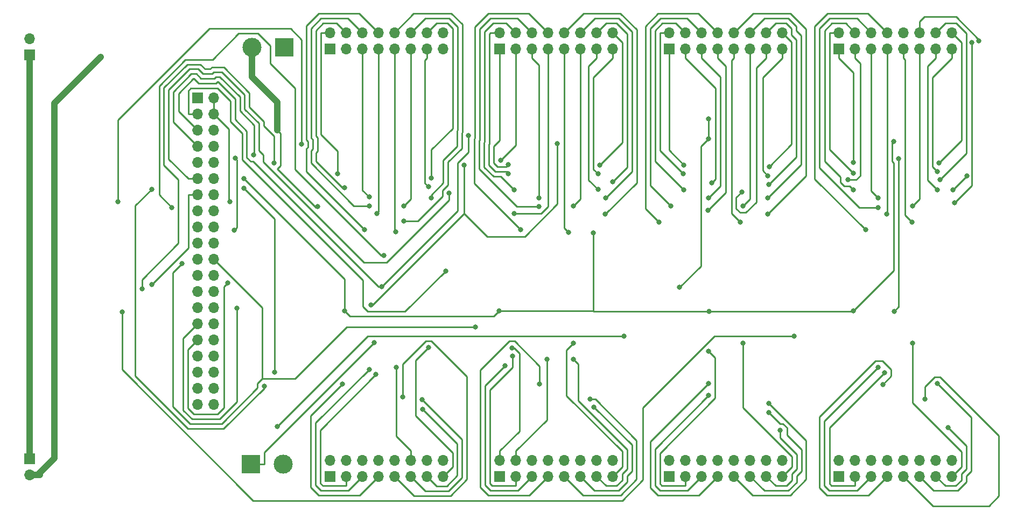
<source format=gbr>
%TF.GenerationSoftware,KiCad,Pcbnew,(5.1.9)-1*%
%TF.CreationDate,2021-05-05T20:18:33+02:00*%
%TF.ProjectId,opena3xx-hardware-controller-board,6f70656e-6133-4787-982d-686172647761,rev?*%
%TF.SameCoordinates,Original*%
%TF.FileFunction,Copper,L2,Bot*%
%TF.FilePolarity,Positive*%
%FSLAX46Y46*%
G04 Gerber Fmt 4.6, Leading zero omitted, Abs format (unit mm)*
G04 Created by KiCad (PCBNEW (5.1.9)-1) date 2021-05-05 20:18:33*
%MOMM*%
%LPD*%
G01*
G04 APERTURE LIST*
%TA.AperFunction,ComponentPad*%
%ADD10O,1.700000X1.700000*%
%TD*%
%TA.AperFunction,ComponentPad*%
%ADD11R,1.700000X1.700000*%
%TD*%
%TA.AperFunction,ComponentPad*%
%ADD12C,3.000000*%
%TD*%
%TA.AperFunction,ComponentPad*%
%ADD13R,3.000000X3.000000*%
%TD*%
%TA.AperFunction,ViaPad*%
%ADD14C,0.800000*%
%TD*%
%TA.AperFunction,Conductor*%
%ADD15C,0.250000*%
%TD*%
%TA.AperFunction,Conductor*%
%ADD16C,1.000000*%
%TD*%
G04 APERTURE END LIST*
D10*
%TO.P,J5,40*%
%TO.N,N/C*%
X90940000Y-125860000D03*
%TO.P,J5,39*%
X88400000Y-125860000D03*
%TO.P,J5,38*%
X90940000Y-123320000D03*
%TO.P,J5,37*%
%TO.N,INT_BUS_6*%
X88400000Y-123320000D03*
%TO.P,J5,36*%
%TO.N,INT_BUS_0*%
X90940000Y-120780000D03*
%TO.P,J5,35*%
%TO.N,N/C*%
X88400000Y-120780000D03*
%TO.P,J5,34*%
X90940000Y-118240000D03*
%TO.P,J5,33*%
X88400000Y-118240000D03*
%TO.P,J5,32*%
X90940000Y-115700000D03*
%TO.P,J5,31*%
%TO.N,GENERAL_LED*%
X88400000Y-115700000D03*
%TO.P,J5,30*%
%TO.N,N/C*%
X90940000Y-113160000D03*
%TO.P,J5,29*%
%TO.N,FAULT_LED*%
X88400000Y-113160000D03*
%TO.P,J5,28*%
%TO.N,N/C*%
X90940000Y-110620000D03*
%TO.P,J5,27*%
X88400000Y-110620000D03*
%TO.P,J5,26*%
X90940000Y-108080000D03*
%TO.P,J5,25*%
X88400000Y-108080000D03*
%TO.P,J5,24*%
X90940000Y-105540000D03*
%TO.P,J5,23*%
X88400000Y-105540000D03*
%TO.P,J5,22*%
%TO.N,INT_BUS_5*%
X90940000Y-103000000D03*
%TO.P,J5,21*%
%TO.N,N/C*%
X88400000Y-103000000D03*
%TO.P,J5,20*%
X90940000Y-100460000D03*
%TO.P,J5,19*%
X88400000Y-100460000D03*
%TO.P,J5,18*%
%TO.N,INT_BUS_4*%
X90940000Y-97920000D03*
%TO.P,J5,17*%
%TO.N,N/C*%
X88400000Y-97920000D03*
%TO.P,J5,16*%
%TO.N,INT_BUS_3*%
X90940000Y-95380000D03*
%TO.P,J5,15*%
%TO.N,INT_BUS_2*%
X88400000Y-95380000D03*
%TO.P,J5,14*%
%TO.N,N/C*%
X90940000Y-92840000D03*
%TO.P,J5,13*%
%TO.N,INT_BUS_7*%
X88400000Y-92840000D03*
%TO.P,J5,12*%
%TO.N,BUSES_RESET*%
X90940000Y-90300000D03*
%TO.P,J5,11*%
%TO.N,INT_BUS_1*%
X88400000Y-90300000D03*
%TO.P,J5,10*%
%TO.N,N/C*%
X90940000Y-87760000D03*
%TO.P,J5,9*%
X88400000Y-87760000D03*
%TO.P,J5,8*%
X90940000Y-85220000D03*
%TO.P,J5,7*%
%TO.N,MESSAGING_LED*%
X88400000Y-85220000D03*
%TO.P,J5,6*%
%TO.N,GND*%
X90940000Y-82680000D03*
%TO.P,J5,5*%
%TO.N,SCL*%
X88400000Y-82680000D03*
%TO.P,J5,4*%
%TO.N,+5V*%
X90940000Y-80140000D03*
%TO.P,J5,3*%
%TO.N,SDA*%
X88400000Y-80140000D03*
%TO.P,J5,2*%
%TO.N,+5V*%
X90940000Y-77600000D03*
D11*
%TO.P,J5,1*%
%TO.N,N/C*%
X88400000Y-77600000D03*
%TD*%
D12*
%TO.P,J4,2*%
%TO.N,GND*%
X96920000Y-69600000D03*
D13*
%TO.P,J4,1*%
%TO.N,+5V*%
X102000000Y-69600000D03*
%TD*%
D12*
%TO.P,J3,2*%
%TO.N,GND*%
X101880000Y-135255000D03*
D13*
%TO.P,J3,1*%
%TO.N,+5V*%
X96800000Y-135255000D03*
%TD*%
D10*
%TO.P,J2,2*%
%TO.N,GND*%
X62000000Y-68260000D03*
D11*
%TO.P,J2,1*%
%TO.N,+5V*%
X62000000Y-70800000D03*
%TD*%
D10*
%TO.P,J1,2*%
%TO.N,GND*%
X62000000Y-136940000D03*
D11*
%TO.P,J1,1*%
%TO.N,+5V*%
X62000000Y-134400000D03*
%TD*%
D10*
%TO.P,BUS7,16*%
%TO.N,/BUS7-15*%
X207010000Y-134620000D03*
%TO.P,BUS7,15*%
%TO.N,/BUS7-14*%
X207010000Y-137160000D03*
%TO.P,BUS7,14*%
%TO.N,/BUS7-13*%
X204470000Y-134620000D03*
%TO.P,BUS7,13*%
%TO.N,/BUS7-12*%
X204470000Y-137160000D03*
%TO.P,BUS7,12*%
%TO.N,/BUS7-11*%
X201930000Y-134620000D03*
%TO.P,BUS7,11*%
%TO.N,/BUS7-10*%
X201930000Y-137160000D03*
%TO.P,BUS7,10*%
%TO.N,/BUS7-9*%
X199390000Y-134620000D03*
%TO.P,BUS7,9*%
%TO.N,/BUS7-8*%
X199390000Y-137160000D03*
%TO.P,BUS7,8*%
%TO.N,/BUS7-7*%
X196850000Y-134620000D03*
%TO.P,BUS7,7*%
%TO.N,/BUS7-6*%
X196850000Y-137160000D03*
%TO.P,BUS7,6*%
%TO.N,/BUS7-5*%
X194310000Y-134620000D03*
%TO.P,BUS7,5*%
%TO.N,/BUS7-4*%
X194310000Y-137160000D03*
%TO.P,BUS7,4*%
%TO.N,/BUS7-3*%
X191770000Y-134620000D03*
%TO.P,BUS7,3*%
%TO.N,/BUS7-2*%
X191770000Y-137160000D03*
%TO.P,BUS7,2*%
%TO.N,/BUS7-1*%
X189230000Y-134620000D03*
D11*
%TO.P,BUS7,1*%
%TO.N,/BUS7-0*%
X189230000Y-137160000D03*
%TD*%
D10*
%TO.P,BUS6,16*%
%TO.N,/BUS6-15*%
X180340000Y-134620000D03*
%TO.P,BUS6,15*%
%TO.N,/BUS6-14*%
X180340000Y-137160000D03*
%TO.P,BUS6,14*%
%TO.N,/BUS6-13*%
X177800000Y-134620000D03*
%TO.P,BUS6,13*%
%TO.N,/BUS6-12*%
X177800000Y-137160000D03*
%TO.P,BUS6,12*%
%TO.N,/BUS6-11*%
X175260000Y-134620000D03*
%TO.P,BUS6,11*%
%TO.N,/BUS6-10*%
X175260000Y-137160000D03*
%TO.P,BUS6,10*%
%TO.N,/BUS6-9*%
X172720000Y-134620000D03*
%TO.P,BUS6,9*%
%TO.N,/BUS6-8*%
X172720000Y-137160000D03*
%TO.P,BUS6,8*%
%TO.N,/BUS6-7*%
X170180000Y-134620000D03*
%TO.P,BUS6,7*%
%TO.N,/BUS6-6*%
X170180000Y-137160000D03*
%TO.P,BUS6,6*%
%TO.N,/BUS6-5*%
X167640000Y-134620000D03*
%TO.P,BUS6,5*%
%TO.N,/BUS6-4*%
X167640000Y-137160000D03*
%TO.P,BUS6,4*%
%TO.N,/BUS6-3*%
X165100000Y-134620000D03*
%TO.P,BUS6,3*%
%TO.N,/BUS6-2*%
X165100000Y-137160000D03*
%TO.P,BUS6,2*%
%TO.N,/BUS6-1*%
X162560000Y-134620000D03*
D11*
%TO.P,BUS6,1*%
%TO.N,/BUS6-0*%
X162560000Y-137160000D03*
%TD*%
D10*
%TO.P,BUS5,16*%
%TO.N,/BUS5-15*%
X153670000Y-134620000D03*
%TO.P,BUS5,15*%
%TO.N,/BUS5-14*%
X153670000Y-137160000D03*
%TO.P,BUS5,14*%
%TO.N,/BUS5-13*%
X151130000Y-134620000D03*
%TO.P,BUS5,13*%
%TO.N,/BUS5-12*%
X151130000Y-137160000D03*
%TO.P,BUS5,12*%
%TO.N,/BUS5-11*%
X148590000Y-134620000D03*
%TO.P,BUS5,11*%
%TO.N,/BUS5-10*%
X148590000Y-137160000D03*
%TO.P,BUS5,10*%
%TO.N,/BUS5-9*%
X146050000Y-134620000D03*
%TO.P,BUS5,9*%
%TO.N,/BUS5-8*%
X146050000Y-137160000D03*
%TO.P,BUS5,8*%
%TO.N,/BUS5-7*%
X143510000Y-134620000D03*
%TO.P,BUS5,7*%
%TO.N,/BUS5-6*%
X143510000Y-137160000D03*
%TO.P,BUS5,6*%
%TO.N,/BUS5-5*%
X140970000Y-134620000D03*
%TO.P,BUS5,5*%
%TO.N,/BUS5-4*%
X140970000Y-137160000D03*
%TO.P,BUS5,4*%
%TO.N,/BUS5-3*%
X138430000Y-134620000D03*
%TO.P,BUS5,3*%
%TO.N,/BUS5-2*%
X138430000Y-137160000D03*
%TO.P,BUS5,2*%
%TO.N,/BUS5-1*%
X135890000Y-134620000D03*
D11*
%TO.P,BUS5,1*%
%TO.N,/BUS5-0*%
X135890000Y-137160000D03*
%TD*%
D10*
%TO.P,BUS4,16*%
%TO.N,/BUS4-15*%
X127000000Y-134620000D03*
%TO.P,BUS4,15*%
%TO.N,/BUS4-14*%
X127000000Y-137160000D03*
%TO.P,BUS4,14*%
%TO.N,/BUS4-13*%
X124460000Y-134620000D03*
%TO.P,BUS4,13*%
%TO.N,/BUS4-12*%
X124460000Y-137160000D03*
%TO.P,BUS4,12*%
%TO.N,/BUS4-11*%
X121920000Y-134620000D03*
%TO.P,BUS4,11*%
%TO.N,/BUS4-10*%
X121920000Y-137160000D03*
%TO.P,BUS4,10*%
%TO.N,/BUS4-9*%
X119380000Y-134620000D03*
%TO.P,BUS4,9*%
%TO.N,/BUS4-8*%
X119380000Y-137160000D03*
%TO.P,BUS4,8*%
%TO.N,/BUS4-7*%
X116840000Y-134620000D03*
%TO.P,BUS4,7*%
%TO.N,/BUS4-6*%
X116840000Y-137160000D03*
%TO.P,BUS4,6*%
%TO.N,/BUS4-5*%
X114300000Y-134620000D03*
%TO.P,BUS4,5*%
%TO.N,/BUS4-4*%
X114300000Y-137160000D03*
%TO.P,BUS4,4*%
%TO.N,/BUS4-3*%
X111760000Y-134620000D03*
%TO.P,BUS4,3*%
%TO.N,/BUS4-2*%
X111760000Y-137160000D03*
%TO.P,BUS4,2*%
%TO.N,/BUS4-1*%
X109220000Y-134620000D03*
D11*
%TO.P,BUS4,1*%
%TO.N,/BUS4-0*%
X109220000Y-137160000D03*
%TD*%
D10*
%TO.P,BUS3,16*%
%TO.N,/BUS3-15*%
X207010000Y-67310000D03*
%TO.P,BUS3,15*%
%TO.N,/BUS3-14*%
X207010000Y-69850000D03*
%TO.P,BUS3,14*%
%TO.N,/BUS3-13*%
X204470000Y-67310000D03*
%TO.P,BUS3,13*%
%TO.N,/BUS3-12*%
X204470000Y-69850000D03*
%TO.P,BUS3,12*%
%TO.N,/BUS3-11*%
X201930000Y-67310000D03*
%TO.P,BUS3,11*%
%TO.N,/BUS3-10*%
X201930000Y-69850000D03*
%TO.P,BUS3,10*%
%TO.N,/BUS3-9*%
X199390000Y-67310000D03*
%TO.P,BUS3,9*%
%TO.N,/BUS3-8*%
X199390000Y-69850000D03*
%TO.P,BUS3,8*%
%TO.N,/BUS3-7*%
X196850000Y-67310000D03*
%TO.P,BUS3,7*%
%TO.N,/BUS3-6*%
X196850000Y-69850000D03*
%TO.P,BUS3,6*%
%TO.N,/BUS3-5*%
X194310000Y-67310000D03*
%TO.P,BUS3,5*%
%TO.N,/BUS3-4*%
X194310000Y-69850000D03*
%TO.P,BUS3,4*%
%TO.N,/BUS3-3*%
X191770000Y-67310000D03*
%TO.P,BUS3,3*%
%TO.N,/BUS3-2*%
X191770000Y-69850000D03*
%TO.P,BUS3,2*%
%TO.N,/BUS3-1*%
X189230000Y-67310000D03*
D11*
%TO.P,BUS3,1*%
%TO.N,/BUS3-0*%
X189230000Y-69850000D03*
%TD*%
D10*
%TO.P,BUS2,16*%
%TO.N,/BUS2-15*%
X180340000Y-67310000D03*
%TO.P,BUS2,15*%
%TO.N,/BUS2-14*%
X180340000Y-69850000D03*
%TO.P,BUS2,14*%
%TO.N,/BUS2-13*%
X177800000Y-67310000D03*
%TO.P,BUS2,13*%
%TO.N,/BUS2-12*%
X177800000Y-69850000D03*
%TO.P,BUS2,12*%
%TO.N,/BUS2-11*%
X175260000Y-67310000D03*
%TO.P,BUS2,11*%
%TO.N,/BUS2-10*%
X175260000Y-69850000D03*
%TO.P,BUS2,10*%
%TO.N,/BUS2-9*%
X172720000Y-67310000D03*
%TO.P,BUS2,9*%
%TO.N,/BUS2-8*%
X172720000Y-69850000D03*
%TO.P,BUS2,8*%
%TO.N,/BUS2-7*%
X170180000Y-67310000D03*
%TO.P,BUS2,7*%
%TO.N,/BUS2-6*%
X170180000Y-69850000D03*
%TO.P,BUS2,6*%
%TO.N,/BUS2-5*%
X167640000Y-67310000D03*
%TO.P,BUS2,5*%
%TO.N,/BUS2-4*%
X167640000Y-69850000D03*
%TO.P,BUS2,4*%
%TO.N,/BUS2-3*%
X165100000Y-67310000D03*
%TO.P,BUS2,3*%
%TO.N,/BUS2-2*%
X165100000Y-69850000D03*
%TO.P,BUS2,2*%
%TO.N,/BUS2-1*%
X162560000Y-67310000D03*
D11*
%TO.P,BUS2,1*%
%TO.N,/BUS2-0*%
X162560000Y-69850000D03*
%TD*%
D10*
%TO.P,BUS1,16*%
%TO.N,/BUS1-15*%
X153670000Y-67310000D03*
%TO.P,BUS1,15*%
%TO.N,/BUS1-14*%
X153670000Y-69850000D03*
%TO.P,BUS1,14*%
%TO.N,/BUS1-13*%
X151130000Y-67310000D03*
%TO.P,BUS1,13*%
%TO.N,/BUS1-12*%
X151130000Y-69850000D03*
%TO.P,BUS1,12*%
%TO.N,/BUS1-11*%
X148590000Y-67310000D03*
%TO.P,BUS1,11*%
%TO.N,/BUS1-10*%
X148590000Y-69850000D03*
%TO.P,BUS1,10*%
%TO.N,/BUS1-9*%
X146050000Y-67310000D03*
%TO.P,BUS1,9*%
%TO.N,/BUS1-8*%
X146050000Y-69850000D03*
%TO.P,BUS1,8*%
%TO.N,/BUS1-7*%
X143510000Y-67310000D03*
%TO.P,BUS1,7*%
%TO.N,/BUS1-6*%
X143510000Y-69850000D03*
%TO.P,BUS1,6*%
%TO.N,/BUS1-5*%
X140970000Y-67310000D03*
%TO.P,BUS1,5*%
%TO.N,/BUS1-4*%
X140970000Y-69850000D03*
%TO.P,BUS1,4*%
%TO.N,/BUS1-3*%
X138430000Y-67310000D03*
%TO.P,BUS1,3*%
%TO.N,/BUS1-2*%
X138430000Y-69850000D03*
%TO.P,BUS1,2*%
%TO.N,/BUS1-1*%
X135890000Y-67310000D03*
D11*
%TO.P,BUS1,1*%
%TO.N,/BUS1-0*%
X135890000Y-69850000D03*
%TD*%
D10*
%TO.P,BUS0,16*%
%TO.N,/BUS0-15*%
X127000000Y-67310000D03*
%TO.P,BUS0,15*%
%TO.N,/BUS0-14*%
X127000000Y-69850000D03*
%TO.P,BUS0,14*%
%TO.N,/BUS0-13*%
X124460000Y-67310000D03*
%TO.P,BUS0,13*%
%TO.N,/BUS0-12*%
X124460000Y-69850000D03*
%TO.P,BUS0,12*%
%TO.N,/BUS0-11*%
X121920000Y-67310000D03*
%TO.P,BUS0,11*%
%TO.N,/BUS0-10*%
X121920000Y-69850000D03*
%TO.P,BUS0,10*%
%TO.N,/BUS0-9*%
X119380000Y-67310000D03*
%TO.P,BUS0,9*%
%TO.N,/BUS0-8*%
X119380000Y-69850000D03*
%TO.P,BUS0,8*%
%TO.N,/BUS0-7*%
X116840000Y-67310000D03*
%TO.P,BUS0,7*%
%TO.N,/BUS0-6*%
X116840000Y-69850000D03*
%TO.P,BUS0,6*%
%TO.N,/BUS0-5*%
X114300000Y-67310000D03*
%TO.P,BUS0,5*%
%TO.N,/BUS0-4*%
X114300000Y-69850000D03*
%TO.P,BUS0,4*%
%TO.N,/BUS0-3*%
X111760000Y-67310000D03*
%TO.P,BUS0,3*%
%TO.N,/BUS0-2*%
X111760000Y-69850000D03*
%TO.P,BUS0,2*%
%TO.N,/BUS0-1*%
X109220000Y-67310000D03*
D11*
%TO.P,BUS0,1*%
%TO.N,/BUS0-0*%
X109220000Y-69850000D03*
%TD*%
D14*
%TO.N,SCL*%
X130967900Y-83502500D03*
X117347800Y-107303800D03*
%TO.N,+5V*%
X198637200Y-87152900D03*
X197921600Y-111181600D03*
X144970500Y-84786600D03*
X130322900Y-88215000D03*
X115628900Y-110207500D03*
X116185700Y-116117400D03*
X93482000Y-93900000D03*
%TO.N,SDA*%
X127398800Y-104813400D03*
%TO.N,GND*%
X168741300Y-84011400D03*
X168771900Y-80856500D03*
X164182100Y-107428200D03*
X107283700Y-94728900D03*
X100913500Y-82680000D03*
X73165000Y-71130000D03*
%TO.N,/BUS0-13*%
X125150700Y-90193300D03*
%TO.N,/BUS0-12*%
X124697100Y-91587600D03*
%TO.N,/BUS0-11*%
X125124200Y-93345000D03*
%TO.N,/BUS0-10*%
X120811800Y-94615000D03*
%TO.N,/BUS0-9*%
X120829500Y-96941600D03*
%TO.N,/BUS0-8*%
X119531400Y-98702300D03*
%TO.N,/BUS0-7*%
X114663900Y-98358900D03*
%TO.N,/BUS0-6*%
X116594600Y-95808300D03*
%TO.N,/BUS0-5*%
X115389400Y-94615000D03*
%TO.N,/BUS0-4*%
X115387400Y-93210700D03*
%TO.N,/BUS0-3*%
X111494600Y-91704900D03*
%TO.N,/BUS0-1*%
X110385400Y-89535000D03*
%TO.N,INT_BUS_0*%
X75880000Y-93921600D03*
X104710900Y-84904000D03*
X100528900Y-120780000D03*
X95684600Y-91792200D03*
%TO.N,BUSES_RESET*%
X150611800Y-98828200D03*
X168799500Y-111222100D03*
X135828400Y-111125000D03*
X191535300Y-111078300D03*
X197884300Y-84455000D03*
X111501600Y-111125000D03*
X95684600Y-90300000D03*
%TO.N,/BUS1-15*%
X151671300Y-88156900D03*
%TO.N,/BUS1-14*%
X151361100Y-89535000D03*
%TO.N,/BUS1-13*%
X153673800Y-90805000D03*
%TO.N,/BUS1-12*%
X151366000Y-92020800D03*
%TO.N,/BUS1-11*%
X152583500Y-93345000D03*
%TO.N,/BUS1-10*%
X147503900Y-94615000D03*
%TO.N,/BUS1-9*%
X152516000Y-95885000D03*
%TO.N,/BUS1-8*%
X146706000Y-98727400D03*
%TO.N,/BUS1-7*%
X139224900Y-98363800D03*
%TO.N,/BUS1-6*%
X138178700Y-95778900D03*
%TO.N,/BUS1-5*%
X142059500Y-94655400D03*
%TO.N,/BUS1-4*%
X142058200Y-93345000D03*
%TO.N,/BUS1-3*%
X138177300Y-92075000D03*
%TO.N,/BUS1-2*%
X136053100Y-87436500D03*
%TO.N,/BUS1-1*%
X137278000Y-89535000D03*
%TO.N,/BUS1-0*%
X137266000Y-88098900D03*
%TO.N,INT_BUS_1*%
X127931200Y-92590900D03*
%TO.N,/BUS2-15*%
X178291500Y-88388900D03*
%TO.N,/BUS2-14*%
X178047000Y-89849300D03*
%TO.N,/BUS2-13*%
X178255800Y-91200100D03*
%TO.N,/BUS2-12*%
X173959700Y-92395500D03*
%TO.N,/BUS2-11*%
X178037500Y-93345000D03*
%TO.N,/BUS2-10*%
X174173500Y-94615000D03*
%TO.N,/BUS2-9*%
X178059400Y-95885000D03*
%TO.N,/BUS2-8*%
X173725100Y-97134700D03*
%TO.N,/BUS2-7*%
X160950900Y-97155000D03*
%TO.N,/BUS2-6*%
X168692300Y-95250000D03*
%TO.N,/BUS2-5*%
X162797600Y-94615000D03*
%TO.N,/BUS2-4*%
X168740800Y-93345000D03*
%TO.N,/BUS2-3*%
X164855700Y-92075000D03*
%TO.N,/BUS2-2*%
X169241200Y-90959400D03*
%TO.N,/BUS2-1*%
X164740200Y-89535000D03*
%TO.N,/BUS2-0*%
X164872900Y-88151100D03*
%TO.N,/BUS3-15*%
X204958900Y-87858500D03*
%TO.N,/BUS3-14*%
X204703000Y-89158700D03*
%TO.N,/BUS3-13*%
X205104100Y-90462700D03*
%TO.N,/BUS3-12*%
X204698800Y-92075000D03*
%TO.N,/BUS3-11*%
X207165000Y-92030000D03*
X209365000Y-89830000D03*
X211265000Y-68630000D03*
%TO.N,/BUS3-10*%
X200822600Y-94615000D03*
%TO.N,/BUS3-9*%
X207465000Y-94130000D03*
X210165000Y-68830000D03*
%TO.N,/BUS3-8*%
X200732800Y-97116500D03*
%TO.N,/BUS3-7*%
X193470000Y-98375900D03*
%TO.N,/BUS3-6*%
X196739700Y-95885000D03*
%TO.N,/BUS3-5*%
X195422300Y-94852500D03*
%TO.N,/BUS3-4*%
X195423100Y-93345000D03*
%TO.N,/BUS3-3*%
X191516700Y-92075000D03*
%TO.N,/BUS3-2*%
X190623700Y-90470300D03*
%TO.N,/BUS3-1*%
X191478700Y-89445100D03*
%TO.N,/BUS3-0*%
X191543500Y-87762400D03*
%TO.N,/BUS4-14*%
X124718300Y-116895700D03*
%TO.N,/BUS4-12*%
X123818300Y-126621200D03*
%TO.N,/BUS4-11*%
X119619600Y-120015000D03*
%TO.N,/BUS4-10*%
X123730900Y-125055700D03*
%TO.N,/BUS4-8*%
X120670800Y-124636200D03*
%TO.N,/BUS4-6*%
X111151900Y-122669900D03*
%TO.N,/BUS4-4*%
X115403000Y-120308700D03*
%TO.N,/BUS4-2*%
X116428200Y-121141500D03*
%TO.N,/BUS5-14*%
X147501300Y-116205000D03*
%TO.N,/BUS5-12*%
X147500800Y-118745000D03*
%TO.N,/BUS5-10*%
X150743200Y-126290900D03*
%TO.N,/BUS5-8*%
X150069200Y-125041100D03*
%TO.N,/BUS5-6*%
X142169600Y-122655800D03*
%TO.N,/BUS5-4*%
X136751000Y-119743700D03*
%TO.N,/BUS5-3*%
X143308500Y-118745000D03*
%TO.N,/BUS5-2*%
X137949600Y-118254300D03*
%TO.N,/BUS5-1*%
X137797800Y-116954100D03*
%TO.N,/BUS6-14*%
X174163700Y-116205000D03*
%TO.N,/BUS6-12*%
X180033400Y-129950600D03*
%TO.N,/BUS6-10*%
X178212000Y-127107200D03*
%TO.N,/BUS6-8*%
X178180500Y-125650900D03*
%TO.N,/BUS6-6*%
X168746200Y-122555000D03*
%TO.N,/BUS6-4*%
X168729300Y-124442800D03*
%TO.N,/BUS6-2*%
X168752600Y-117475000D03*
%TO.N,/BUS7-14*%
X200842300Y-116205000D03*
%TO.N,/BUS7-12*%
X206397500Y-129494100D03*
%TO.N,/BUS7-10*%
X204743500Y-122589000D03*
%TO.N,/BUS7-8*%
X202770000Y-125040500D03*
%TO.N,/BUS7-6*%
X196190600Y-122679200D03*
%TO.N,/BUS7-4*%
X195395700Y-120015000D03*
%TO.N,/BUS7-2*%
X196446700Y-120818400D03*
%TO.N,GENERAL_LED*%
X93169500Y-106689500D03*
%TO.N,FAULT_LED*%
X94563100Y-110729800D03*
%TO.N,MESSAGING_LED*%
X97153400Y-86579000D03*
X94353000Y-87095200D03*
X94144900Y-98411800D03*
%TO.N,INT_BUS_6*%
X155482100Y-115080300D03*
X100880200Y-129347200D03*
%TO.N,INT_BUS_5*%
X85894300Y-103699000D03*
X132066400Y-113665000D03*
%TO.N,INT_BUS_4*%
X81149800Y-91986700D03*
X98844200Y-122996200D03*
%TO.N,INT_BUS_3*%
X100389600Y-87834800D03*
X79631500Y-107605100D03*
%TO.N,INT_BUS_2*%
X84339500Y-94866000D03*
X117688900Y-102424700D03*
%TO.N,INT_BUS_7*%
X182159200Y-115080300D03*
X76502700Y-111276400D03*
X81204500Y-106929100D03*
%TD*%
D15*
%TO.N,SCL*%
X88400000Y-82680000D02*
X85388200Y-79668200D01*
X85388200Y-79668200D02*
X85388200Y-76888500D01*
X85388200Y-76888500D02*
X87718600Y-74558100D01*
X87718600Y-74558100D02*
X87796200Y-74558100D01*
X87796200Y-74558100D02*
X88567800Y-75329700D01*
X88567800Y-75329700D02*
X91287400Y-75329700D01*
X91287400Y-75329700D02*
X91537300Y-75079800D01*
X91537300Y-75079800D02*
X91640700Y-75079800D01*
X91640700Y-75079800D02*
X94284300Y-77723400D01*
X94284300Y-77723400D02*
X94284300Y-81001400D01*
X94284300Y-81001400D02*
X96128300Y-82845400D01*
X96128300Y-82845400D02*
X96128300Y-87003500D01*
X96128300Y-87003500D02*
X96728900Y-87604100D01*
X96728900Y-87604100D02*
X97117700Y-87604100D01*
X97117700Y-87604100D02*
X116817400Y-107303800D01*
X116817400Y-107303800D02*
X117347800Y-107303800D01*
X130967900Y-83502500D02*
X130967900Y-86109600D01*
X130967900Y-86109600D02*
X129259800Y-87817700D01*
X129259800Y-87817700D02*
X129259800Y-95391800D01*
X129259800Y-95391800D02*
X117347800Y-107303800D01*
%TO.N,+5V*%
X198637200Y-87152900D02*
X198637200Y-110466000D01*
X198637200Y-110466000D02*
X197921600Y-111181600D01*
X90940000Y-80140000D02*
X93327900Y-82527900D01*
X93327900Y-82527900D02*
X93327900Y-93745900D01*
X93327900Y-93745900D02*
X93482000Y-93900000D01*
X130322900Y-95778700D02*
X130322900Y-88215000D01*
X115628900Y-110207500D02*
X115894100Y-110207500D01*
X115894100Y-110207500D02*
X130322900Y-95778700D01*
X130322900Y-95778700D02*
X133954300Y-99410100D01*
X133954300Y-99410100D02*
X139869600Y-99410100D01*
X139869600Y-99410100D02*
X144970500Y-94309200D01*
X144970500Y-94309200D02*
X144970500Y-84786600D01*
X98925100Y-135255000D02*
X98925100Y-133378000D01*
X98925100Y-133378000D02*
X116185700Y-116117400D01*
X96800000Y-135255000D02*
X98925100Y-135255000D01*
X90940000Y-77600000D02*
X90940000Y-80140000D01*
D16*
X62000000Y-70800000D02*
X62000000Y-134400000D01*
D15*
%TO.N,SDA*%
X86924900Y-80140000D02*
X86924900Y-76473500D01*
X86924900Y-76473500D02*
X87297000Y-76101400D01*
X87297000Y-76101400D02*
X91528700Y-76101400D01*
X91528700Y-76101400D02*
X93533100Y-78105800D01*
X93533100Y-78105800D02*
X93533100Y-81311100D01*
X93533100Y-81311100D02*
X95378200Y-83156200D01*
X95378200Y-83156200D02*
X95378200Y-87314200D01*
X95378200Y-87314200D02*
X114356000Y-106292000D01*
X114356000Y-106292000D02*
X114356100Y-106292000D01*
X114356100Y-106292000D02*
X114356100Y-110414500D01*
X114356100Y-110414500D02*
X115177900Y-111236300D01*
X115177900Y-111236300D02*
X120975900Y-111236300D01*
X120975900Y-111236300D02*
X127398800Y-104813400D01*
X88400000Y-80140000D02*
X86924900Y-80140000D01*
%TO.N,GND*%
X107283700Y-94728900D02*
X107140800Y-94871800D01*
X107140800Y-94871800D02*
X107037400Y-94871800D01*
X107037400Y-94871800D02*
X100919900Y-88754300D01*
X100919900Y-88754300D02*
X100919900Y-88754200D01*
X100919900Y-88754200D02*
X101414700Y-88259400D01*
X101414700Y-88259400D02*
X101414700Y-83181200D01*
X101414700Y-83181200D02*
X100913500Y-82680000D01*
X168771900Y-80856500D02*
X168741300Y-80887100D01*
X168741300Y-80887100D02*
X168741300Y-84011400D01*
X168741300Y-84011400D02*
X167556900Y-85195800D01*
X167556900Y-85195800D02*
X167556900Y-104053400D01*
X167556900Y-104053400D02*
X164182100Y-107428200D01*
D16*
X100913500Y-78268500D02*
X96920000Y-74275000D01*
X100913500Y-82680000D02*
X100913500Y-78268500D01*
X96920000Y-74275000D02*
X96920000Y-69600000D01*
X62000000Y-136940000D02*
X63555000Y-136940000D01*
X63202081Y-136940000D02*
X65865000Y-134277081D01*
X62000000Y-136940000D02*
X63202081Y-136940000D01*
X65865000Y-78430000D02*
X73165000Y-71130000D01*
X65865000Y-134277081D02*
X65865000Y-78430000D01*
D15*
%TO.N,/BUS0-13*%
X124460000Y-67310000D02*
X125951500Y-65818500D01*
X125951500Y-65818500D02*
X127657700Y-65818500D01*
X127657700Y-65818500D02*
X128524000Y-66684800D01*
X128524000Y-66684800D02*
X128524000Y-82375200D01*
X128524000Y-82375200D02*
X125150700Y-85748500D01*
X125150700Y-85748500D02*
X125150700Y-90193300D01*
%TO.N,/BUS0-12*%
X124460000Y-71325100D02*
X124125600Y-71659500D01*
X124125600Y-71659500D02*
X124125600Y-91016100D01*
X124125600Y-91016100D02*
X124697100Y-91587600D01*
X124460000Y-69850000D02*
X124460000Y-71325100D01*
%TO.N,/BUS0-11*%
X121920000Y-67310000D02*
X124161600Y-65068400D01*
X124161600Y-65068400D02*
X127968400Y-65068400D01*
X127968400Y-65068400D02*
X129274100Y-66374100D01*
X129274100Y-66374100D02*
X129274100Y-82685900D01*
X129274100Y-82685900D02*
X129192700Y-82767300D01*
X129192700Y-82767300D02*
X129192700Y-85214000D01*
X129192700Y-85214000D02*
X127023900Y-87382800D01*
X127023900Y-87382800D02*
X127023900Y-90987800D01*
X127023900Y-90987800D02*
X125124200Y-92887500D01*
X125124200Y-92887500D02*
X125124200Y-93345000D01*
%TO.N,/BUS0-10*%
X121920000Y-69850000D02*
X121920000Y-93506800D01*
X121920000Y-93506800D02*
X120811800Y-94615000D01*
%TO.N,/BUS0-9*%
X119380000Y-67310000D02*
X122377900Y-64312100D01*
X122377900Y-64312100D02*
X128304100Y-64312100D01*
X128304100Y-64312100D02*
X130024300Y-66032300D01*
X130024300Y-66032300D02*
X130024300Y-82996500D01*
X130024300Y-82996500D02*
X129942800Y-83078000D01*
X129942800Y-83078000D02*
X129942800Y-85524800D01*
X129942800Y-85524800D02*
X127774000Y-87693600D01*
X127774000Y-87693600D02*
X127774000Y-91298600D01*
X127774000Y-91298600D02*
X127506800Y-91565800D01*
X127506800Y-91565800D02*
X127506700Y-91565800D01*
X127506700Y-91565800D02*
X126906100Y-92166400D01*
X126906100Y-92166400D02*
X126906100Y-93070300D01*
X126906100Y-93070300D02*
X123034800Y-96941600D01*
X123034800Y-96941600D02*
X120829500Y-96941600D01*
%TO.N,/BUS0-8*%
X119380000Y-69850000D02*
X119380000Y-98550900D01*
X119380000Y-98550900D02*
X119531400Y-98702300D01*
%TO.N,/BUS0-7*%
X114663900Y-98358900D02*
X105461100Y-89156100D01*
X105461100Y-89156100D02*
X105461100Y-85603500D01*
X105461100Y-85603500D02*
X105736000Y-85328600D01*
X105736000Y-85328600D02*
X105736000Y-84479400D01*
X105736000Y-84479400D02*
X105461100Y-84204500D01*
X105461100Y-84204500D02*
X105461100Y-66262400D01*
X105461100Y-66262400D02*
X107463100Y-64260400D01*
X107463100Y-64260400D02*
X113790400Y-64260400D01*
X113790400Y-64260400D02*
X116840000Y-67310000D01*
%TO.N,/BUS0-6*%
X116840000Y-69850000D02*
X116840000Y-95562900D01*
X116840000Y-95562900D02*
X116594600Y-95808300D01*
%TO.N,/BUS0-5*%
X115389400Y-94615000D02*
X112954700Y-94615000D01*
X112954700Y-94615000D02*
X106211300Y-87871600D01*
X106211300Y-87871600D02*
X106211300Y-85914100D01*
X106211300Y-85914100D02*
X106486100Y-85639300D01*
X106486100Y-85639300D02*
X106486100Y-84168700D01*
X106486100Y-84168700D02*
X106211300Y-83893900D01*
X106211300Y-83893900D02*
X106211300Y-66626500D01*
X106211300Y-66626500D02*
X107810100Y-65027700D01*
X107810100Y-65027700D02*
X112017700Y-65027700D01*
X112017700Y-65027700D02*
X114300000Y-67310000D01*
%TO.N,/BUS0-4*%
X114300000Y-69850000D02*
X114300000Y-92123300D01*
X114300000Y-92123300D02*
X115387400Y-93210700D01*
%TO.N,/BUS0-3*%
X111494600Y-91704900D02*
X111351700Y-91847800D01*
X111351700Y-91847800D02*
X111248300Y-91847800D01*
X111248300Y-91847800D02*
X106976000Y-87575500D01*
X106976000Y-87575500D02*
X106976000Y-86210200D01*
X106976000Y-86210200D02*
X107236200Y-85950000D01*
X107236200Y-85950000D02*
X107236200Y-83858000D01*
X107236200Y-83858000D02*
X106976000Y-83597800D01*
X106976000Y-83597800D02*
X106976000Y-66989300D01*
X106976000Y-66989300D02*
X108147200Y-65818100D01*
X108147200Y-65818100D02*
X110268100Y-65818100D01*
X110268100Y-65818100D02*
X111760000Y-67310000D01*
%TO.N,/BUS0-1*%
X110385400Y-89535000D02*
X110385400Y-85946400D01*
X110385400Y-85946400D02*
X107744900Y-83305900D01*
X107744900Y-83305900D02*
X107744900Y-67310000D01*
X109220000Y-67310000D02*
X107744900Y-67310000D01*
%TO.N,INT_BUS_0*%
X104710900Y-84904000D02*
X104710900Y-68424500D01*
X104710900Y-68424500D02*
X102996400Y-66710000D01*
X102996400Y-66710000D02*
X90262700Y-66710000D01*
X90262700Y-66710000D02*
X75880000Y-81092700D01*
X75880000Y-81092700D02*
X75880000Y-93921600D01*
X100528900Y-120780000D02*
X100528900Y-96636500D01*
X100528900Y-96636500D02*
X95684600Y-91792200D01*
%TO.N,BUSES_RESET*%
X197884300Y-84455000D02*
X197612100Y-84727200D01*
X197612100Y-84727200D02*
X197612100Y-87577400D01*
X197612100Y-87577400D02*
X197884300Y-87849600D01*
X197884300Y-87849600D02*
X197884300Y-104729300D01*
X197884300Y-104729300D02*
X191535300Y-111078300D01*
X111501600Y-111125000D02*
X112363000Y-111986400D01*
X112363000Y-111986400D02*
X134967000Y-111986400D01*
X134967000Y-111986400D02*
X135828400Y-111125000D01*
X95684600Y-90300000D02*
X111501600Y-106117000D01*
X111501600Y-106117000D02*
X111501600Y-111125000D01*
X150611800Y-111125000D02*
X150611800Y-98828200D01*
X168799500Y-111222100D02*
X150708900Y-111222100D01*
X150708900Y-111222100D02*
X150611800Y-111125000D01*
X150611800Y-111125000D02*
X135828400Y-111125000D01*
X191535300Y-111078300D02*
X191391500Y-111222100D01*
X191391500Y-111222100D02*
X168799500Y-111222100D01*
%TO.N,/BUS1-15*%
X153670000Y-67310000D02*
X155194000Y-68834000D01*
X155194000Y-68834000D02*
X155194000Y-84634200D01*
X155194000Y-84634200D02*
X151671300Y-88156900D01*
%TO.N,/BUS1-14*%
X153670000Y-69850000D02*
X153670000Y-71325100D01*
X153670000Y-71325100D02*
X150646000Y-74349100D01*
X150646000Y-74349100D02*
X150646000Y-88819900D01*
X150646000Y-88819900D02*
X151361100Y-89535000D01*
%TO.N,/BUS1-13*%
X151130000Y-67310000D02*
X152642800Y-65797200D01*
X152642800Y-65797200D02*
X154250300Y-65797200D01*
X154250300Y-65797200D02*
X155953000Y-67499900D01*
X155953000Y-67499900D02*
X155953000Y-88525800D01*
X155953000Y-88525800D02*
X153673800Y-90805000D01*
%TO.N,/BUS1-12*%
X151130000Y-71325100D02*
X149895900Y-72559200D01*
X149895900Y-72559200D02*
X149895900Y-90550700D01*
X149895900Y-90550700D02*
X151366000Y-92020800D01*
X151130000Y-69850000D02*
X151130000Y-71325100D01*
%TO.N,/BUS1-11*%
X152583500Y-93345000D02*
X156703100Y-89225400D01*
X156703100Y-89225400D02*
X156703100Y-67189200D01*
X156703100Y-67189200D02*
X154561000Y-65047100D01*
X154561000Y-65047100D02*
X150852900Y-65047100D01*
X150852900Y-65047100D02*
X148590000Y-67310000D01*
%TO.N,/BUS1-10*%
X148590000Y-69850000D02*
X148590000Y-93528900D01*
X148590000Y-93528900D02*
X147503900Y-94615000D01*
%TO.N,/BUS1-9*%
X152516000Y-95885000D02*
X157453200Y-90947800D01*
X157453200Y-90947800D02*
X157453200Y-66878500D01*
X157453200Y-66878500D02*
X154871700Y-64297000D01*
X154871700Y-64297000D02*
X149063000Y-64297000D01*
X149063000Y-64297000D02*
X146050000Y-67310000D01*
%TO.N,/BUS1-8*%
X146706000Y-98727400D02*
X146050000Y-98071400D01*
X146050000Y-98071400D02*
X146050000Y-71325100D01*
X146050000Y-69850000D02*
X146050000Y-71325100D01*
%TO.N,/BUS1-7*%
X139224900Y-98363800D02*
X131911400Y-91050300D01*
X131911400Y-91050300D02*
X131911400Y-84008700D01*
X131911400Y-84008700D02*
X131993000Y-83927100D01*
X131993000Y-83927100D02*
X131993000Y-66401100D01*
X131993000Y-66401100D02*
X134135700Y-64258400D01*
X134135700Y-64258400D02*
X140458400Y-64258400D01*
X140458400Y-64258400D02*
X143510000Y-67310000D01*
%TO.N,/BUS1-6*%
X143510000Y-69850000D02*
X143510000Y-94657800D01*
X143510000Y-94657800D02*
X142388900Y-95778900D01*
X142388900Y-95778900D02*
X138178700Y-95778900D01*
%TO.N,/BUS1-5*%
X142059500Y-94655400D02*
X138569100Y-94655400D01*
X138569100Y-94655400D02*
X132671400Y-88757700D01*
X132671400Y-88757700D02*
X132671400Y-84309500D01*
X132671400Y-84309500D02*
X132743100Y-84237800D01*
X132743100Y-84237800D02*
X132743100Y-66765100D01*
X132743100Y-66765100D02*
X134481400Y-65026800D01*
X134481400Y-65026800D02*
X138686800Y-65026800D01*
X138686800Y-65026800D02*
X140970000Y-67310000D01*
%TO.N,/BUS1-4*%
X140970000Y-69850000D02*
X140970000Y-71325100D01*
X140970000Y-71325100D02*
X142058200Y-72413300D01*
X142058200Y-72413300D02*
X142058200Y-93345000D01*
%TO.N,/BUS1-3*%
X138177300Y-92075000D02*
X136064100Y-89961800D01*
X136064100Y-89961800D02*
X134936300Y-89961800D01*
X134936300Y-89961800D02*
X133456900Y-88482400D01*
X133456900Y-88482400D02*
X133456900Y-84584800D01*
X133456900Y-84584800D02*
X133493200Y-84548500D01*
X133493200Y-84548500D02*
X133493200Y-67142900D01*
X133493200Y-67142900D02*
X134842100Y-65794000D01*
X134842100Y-65794000D02*
X136914000Y-65794000D01*
X136914000Y-65794000D02*
X138430000Y-67310000D01*
%TO.N,/BUS1-2*%
X138430000Y-69850000D02*
X138430000Y-85059600D01*
X138430000Y-85059600D02*
X136053100Y-87436500D01*
%TO.N,/BUS1-1*%
X137278000Y-89535000D02*
X136954700Y-89211700D01*
X136954700Y-89211700D02*
X135247000Y-89211700D01*
X135247000Y-89211700D02*
X134207000Y-88171700D01*
X134207000Y-88171700D02*
X134207000Y-84895500D01*
X134207000Y-84895500D02*
X134243300Y-84859200D01*
X134243300Y-84859200D02*
X134243300Y-67481600D01*
X134243300Y-67481600D02*
X134414900Y-67310000D01*
X135890000Y-67310000D02*
X134414900Y-67310000D01*
%TO.N,/BUS1-0*%
X137266000Y-88098900D02*
X136903300Y-88461600D01*
X136903300Y-88461600D02*
X135557700Y-88461600D01*
X135557700Y-88461600D02*
X134957100Y-87861000D01*
X134957100Y-87861000D02*
X134957100Y-85206200D01*
X134957100Y-85206200D02*
X135890000Y-84273300D01*
X135890000Y-84273300D02*
X135890000Y-71325100D01*
X135890000Y-69850000D02*
X135890000Y-71325100D01*
%TO.N,INT_BUS_1*%
X127931200Y-92590900D02*
X127931200Y-93660400D01*
X127931200Y-93660400D02*
X118126900Y-103464700D01*
X118126900Y-103464700D02*
X114569500Y-103464700D01*
X114569500Y-103464700D02*
X98735500Y-87630700D01*
X98735500Y-87630700D02*
X98735500Y-86569800D01*
X98735500Y-86569800D02*
X98034800Y-85869100D01*
X98034800Y-85869100D02*
X98034800Y-81594900D01*
X98034800Y-81594900D02*
X95784500Y-79344600D01*
X95784500Y-79344600D02*
X95784500Y-77102000D01*
X95784500Y-77102000D02*
X92210400Y-73527900D01*
X92210400Y-73527900D02*
X90967600Y-73527900D01*
X90967600Y-73527900D02*
X90687500Y-73808000D01*
X90687500Y-73808000D02*
X89245600Y-73808000D01*
X89245600Y-73808000D02*
X88495500Y-73057900D01*
X88495500Y-73057900D02*
X87097200Y-73057900D01*
X87097200Y-73057900D02*
X83836300Y-76318800D01*
X83836300Y-76318800D02*
X83836300Y-87211400D01*
X83836300Y-87211400D02*
X86924900Y-90300000D01*
X88400000Y-90300000D02*
X86924900Y-90300000D01*
%TO.N,/BUS2-15*%
X180340000Y-67310000D02*
X181816100Y-68786100D01*
X181816100Y-68786100D02*
X181816100Y-84864300D01*
X181816100Y-84864300D02*
X178291500Y-88388900D01*
%TO.N,/BUS2-14*%
X180340000Y-69850000D02*
X180340000Y-71325100D01*
X180340000Y-71325100D02*
X177251500Y-74413600D01*
X177251500Y-74413600D02*
X177251500Y-89053800D01*
X177251500Y-89053800D02*
X178047000Y-89849300D01*
%TO.N,/BUS2-13*%
X177800000Y-67310000D02*
X179324600Y-65785400D01*
X179324600Y-65785400D02*
X180958600Y-65785400D01*
X180958600Y-65785400D02*
X181815600Y-66642400D01*
X181815600Y-66642400D02*
X181815600Y-67713900D01*
X181815600Y-67713900D02*
X182573800Y-68472100D01*
X182573800Y-68472100D02*
X182573800Y-86882100D01*
X182573800Y-86882100D02*
X178255800Y-91200100D01*
%TO.N,/BUS2-12*%
X177800000Y-71325100D02*
X176262200Y-72862900D01*
X176262200Y-72862900D02*
X176262200Y-93993000D01*
X176262200Y-93993000D02*
X174611700Y-95643500D01*
X174611700Y-95643500D02*
X173742300Y-95643500D01*
X173742300Y-95643500D02*
X173095100Y-94996300D01*
X173095100Y-94996300D02*
X173095100Y-93260100D01*
X173095100Y-93260100D02*
X173959700Y-92395500D01*
X177800000Y-69850000D02*
X177800000Y-71325100D01*
%TO.N,/BUS2-11*%
X178037500Y-93345000D02*
X183323900Y-88058600D01*
X183323900Y-88058600D02*
X183323900Y-67778900D01*
X183323900Y-67778900D02*
X182565700Y-67020700D01*
X182565700Y-67020700D02*
X182565700Y-66331700D01*
X182565700Y-66331700D02*
X181269300Y-65035300D01*
X181269300Y-65035300D02*
X177534700Y-65035300D01*
X177534700Y-65035300D02*
X175260000Y-67310000D01*
%TO.N,/BUS2-10*%
X175260000Y-69850000D02*
X175260000Y-93528500D01*
X175260000Y-93528500D02*
X174173500Y-94615000D01*
%TO.N,/BUS2-9*%
X178059400Y-95885000D02*
X184074000Y-89870400D01*
X184074000Y-89870400D02*
X184074000Y-66779200D01*
X184074000Y-66779200D02*
X181580000Y-64285200D01*
X181580000Y-64285200D02*
X175744800Y-64285200D01*
X175744800Y-64285200D02*
X172720000Y-67310000D01*
%TO.N,/BUS2-8*%
X172720000Y-71325100D02*
X172344900Y-71700200D01*
X172344900Y-71700200D02*
X172344900Y-95754500D01*
X172344900Y-95754500D02*
X173725100Y-97134700D01*
X172720000Y-69850000D02*
X172720000Y-71325100D01*
%TO.N,/BUS2-7*%
X170180000Y-67310000D02*
X167146800Y-64276800D01*
X167146800Y-64276800D02*
X160816800Y-64276800D01*
X160816800Y-64276800D02*
X158801000Y-66292600D01*
X158801000Y-66292600D02*
X158801000Y-95005100D01*
X158801000Y-95005100D02*
X160950900Y-97155000D01*
%TO.N,/BUS2-6*%
X168692300Y-95250000D02*
X171419600Y-92522700D01*
X171419600Y-92522700D02*
X171419600Y-72564700D01*
X171419600Y-72564700D02*
X170180000Y-71325100D01*
X170180000Y-69850000D02*
X170180000Y-71325100D01*
%TO.N,/BUS2-5*%
X167640000Y-67310000D02*
X165387000Y-65057000D01*
X165387000Y-65057000D02*
X161170900Y-65057000D01*
X161170900Y-65057000D02*
X159553100Y-66674800D01*
X159553100Y-66674800D02*
X159553100Y-91370500D01*
X159553100Y-91370500D02*
X162797600Y-94615000D01*
%TO.N,/BUS2-4*%
X168740800Y-93345000D02*
X170609200Y-91476600D01*
X170609200Y-91476600D02*
X170609200Y-74294300D01*
X170609200Y-74294300D02*
X167640000Y-71325100D01*
X167640000Y-69850000D02*
X167640000Y-71325100D01*
%TO.N,/BUS2-3*%
X164855700Y-92075000D02*
X160323500Y-87542800D01*
X160323500Y-87542800D02*
X160323500Y-66981800D01*
X160323500Y-66981800D02*
X161487200Y-65818100D01*
X161487200Y-65818100D02*
X163608100Y-65818100D01*
X163608100Y-65818100D02*
X165100000Y-67310000D01*
%TO.N,/BUS2-2*%
X169241200Y-90959400D02*
X169834600Y-90366000D01*
X169834600Y-90366000D02*
X169834600Y-76059700D01*
X169834600Y-76059700D02*
X165100000Y-71325100D01*
X165100000Y-69850000D02*
X165100000Y-71325100D01*
%TO.N,/BUS2-1*%
X161084900Y-67310000D02*
X161084900Y-85879700D01*
X161084900Y-85879700D02*
X164740200Y-89535000D01*
X162560000Y-67310000D02*
X161084900Y-67310000D01*
%TO.N,/BUS2-0*%
X162560000Y-69850000D02*
X162560000Y-85838200D01*
X162560000Y-85838200D02*
X164872900Y-88151100D01*
%TO.N,/BUS3-15*%
X207010000Y-67310000D02*
X208541200Y-68841200D01*
X208541200Y-68841200D02*
X208541200Y-84276200D01*
X208541200Y-84276200D02*
X204958900Y-87858500D01*
%TO.N,/BUS3-14*%
X204703000Y-89158700D02*
X203931900Y-88387600D01*
X203931900Y-88387600D02*
X203931900Y-74403200D01*
X203931900Y-74403200D02*
X207010000Y-71325100D01*
X207010000Y-69850000D02*
X207010000Y-71325100D01*
%TO.N,/BUS3-13*%
X204470000Y-67310000D02*
X205949400Y-65830600D01*
X205949400Y-65830600D02*
X207654700Y-65830600D01*
X207654700Y-65830600D02*
X209291300Y-67467200D01*
X209291300Y-67467200D02*
X209291300Y-86275500D01*
X209291300Y-86275500D02*
X205104100Y-90462700D01*
%TO.N,/BUS3-12*%
X204470000Y-71325100D02*
X203181800Y-72613300D01*
X203181800Y-72613300D02*
X203181800Y-90558000D01*
X203181800Y-90558000D02*
X204698800Y-92075000D01*
X204470000Y-69850000D02*
X204470000Y-71325100D01*
%TO.N,/BUS3-11*%
X207165000Y-92030000D02*
X209365000Y-89830000D01*
X211265000Y-68630000D02*
X211265000Y-68430000D01*
X211265000Y-68430000D02*
X207665000Y-64830000D01*
X207665000Y-64830000D02*
X202665000Y-64830000D01*
X201930000Y-65565000D02*
X201930000Y-67310000D01*
X202665000Y-64830000D02*
X201930000Y-65565000D01*
%TO.N,/BUS3-10*%
X201930000Y-69850000D02*
X201930000Y-93507600D01*
X201930000Y-93507600D02*
X200822600Y-94615000D01*
%TO.N,/BUS3-9*%
X207465000Y-94130000D02*
X210165000Y-91430000D01*
X210165000Y-91430000D02*
X210165000Y-68830000D01*
%TO.N,/BUS3-8*%
X200732800Y-97116500D02*
X199662300Y-96046000D01*
X199662300Y-96046000D02*
X199662300Y-71597400D01*
X199662300Y-71597400D02*
X199390000Y-71325100D01*
X199390000Y-69850000D02*
X199390000Y-71325100D01*
%TO.N,/BUS3-7*%
X196850000Y-67310000D02*
X193815200Y-64275200D01*
X193815200Y-64275200D02*
X187455400Y-64275200D01*
X187455400Y-64275200D02*
X185440600Y-66290000D01*
X185440600Y-66290000D02*
X185440600Y-90346500D01*
X185440600Y-90346500D02*
X193470000Y-98375900D01*
%TO.N,/BUS3-6*%
X196850000Y-69850000D02*
X196850000Y-95774700D01*
X196850000Y-95774700D02*
X196739700Y-95885000D01*
%TO.N,/BUS3-5*%
X194310000Y-67310000D02*
X192075600Y-65075600D01*
X192075600Y-65075600D02*
X187767300Y-65075600D01*
X187767300Y-65075600D02*
X186190800Y-66652100D01*
X186190800Y-66652100D02*
X186190800Y-88637900D01*
X186190800Y-88637900D02*
X192405400Y-94852500D01*
X192405400Y-94852500D02*
X195422300Y-94852500D01*
%TO.N,/BUS3-4*%
X194310000Y-69850000D02*
X194310000Y-92231900D01*
X194310000Y-92231900D02*
X195423100Y-93345000D01*
%TO.N,/BUS3-3*%
X191770000Y-67310000D02*
X190286700Y-65826700D01*
X190286700Y-65826700D02*
X188142400Y-65826700D01*
X188142400Y-65826700D02*
X187001700Y-66967400D01*
X187001700Y-66967400D02*
X187001700Y-87560000D01*
X187001700Y-87560000D02*
X189508500Y-90066800D01*
X189508500Y-90066800D02*
X189508500Y-90894800D01*
X189508500Y-90894800D02*
X190109100Y-91495400D01*
X190109100Y-91495400D02*
X190937100Y-91495400D01*
X190937100Y-91495400D02*
X191516700Y-92075000D01*
%TO.N,/BUS3-2*%
X191770000Y-69850000D02*
X191770000Y-71325100D01*
X191770000Y-71325100D02*
X192602800Y-72157900D01*
X192602800Y-72157900D02*
X192602800Y-89842700D01*
X192602800Y-89842700D02*
X191975200Y-90470300D01*
X191975200Y-90470300D02*
X190623700Y-90470300D01*
%TO.N,/BUS3-1*%
X187754900Y-67310000D02*
X187754900Y-85721300D01*
X187754900Y-85721300D02*
X191478700Y-89445100D01*
X189230000Y-67310000D02*
X187754900Y-67310000D01*
%TO.N,/BUS3-0*%
X189230000Y-69850000D02*
X189230000Y-71325100D01*
X189230000Y-71325100D02*
X191543500Y-73638600D01*
X191543500Y-73638600D02*
X191543500Y-87762400D01*
%TO.N,/BUS4-14*%
X127000000Y-137160000D02*
X128487900Y-135672100D01*
X128487900Y-135672100D02*
X128487900Y-133428900D01*
X128487900Y-133428900D02*
X122682900Y-127623900D01*
X122682900Y-127623900D02*
X122682900Y-118931100D01*
X122682900Y-118931100D02*
X124718300Y-116895700D01*
%TO.N,/BUS4-12*%
X124460000Y-137160000D02*
X125995900Y-138695900D01*
X125995900Y-138695900D02*
X127556500Y-138695900D01*
X127556500Y-138695900D02*
X129238000Y-137014400D01*
X129238000Y-137014400D02*
X129238000Y-132040900D01*
X129238000Y-132040900D02*
X123818300Y-126621200D01*
%TO.N,/BUS4-11*%
X121920000Y-134620000D02*
X121920000Y-133144900D01*
X121920000Y-133144900D02*
X119619600Y-130844500D01*
X119619600Y-130844500D02*
X119619600Y-120015000D01*
%TO.N,/BUS4-10*%
X121920000Y-137160000D02*
X124206000Y-139446000D01*
X124206000Y-139446000D02*
X127867200Y-139446000D01*
X127867200Y-139446000D02*
X129988100Y-137325100D01*
X129988100Y-137325100D02*
X129988100Y-131312900D01*
X129988100Y-131312900D02*
X123730900Y-125055700D01*
%TO.N,/BUS4-8*%
X120670800Y-124636200D02*
X120670800Y-119484800D01*
X120670800Y-119484800D02*
X124285100Y-115870500D01*
X124285100Y-115870500D02*
X125173500Y-115870500D01*
X125173500Y-115870500D02*
X130754400Y-121451400D01*
X130754400Y-121451400D02*
X130754400Y-137630000D01*
X130754400Y-137630000D02*
X128171800Y-140212600D01*
X128171800Y-140212600D02*
X122432600Y-140212600D01*
X122432600Y-140212600D02*
X119380000Y-137160000D01*
%TO.N,/BUS4-6*%
X111151900Y-122669900D02*
X106194500Y-127627300D01*
X106194500Y-127627300D02*
X106194500Y-138884200D01*
X106194500Y-138884200D02*
X107462600Y-140152300D01*
X107462600Y-140152300D02*
X113847700Y-140152300D01*
X113847700Y-140152300D02*
X116840000Y-137160000D01*
%TO.N,/BUS4-4*%
X115403000Y-120308700D02*
X106944600Y-128767100D01*
X106944600Y-128767100D02*
X106944600Y-138573500D01*
X106944600Y-138573500D02*
X107773300Y-139402200D01*
X107773300Y-139402200D02*
X112057800Y-139402200D01*
X112057800Y-139402200D02*
X114300000Y-137160000D01*
%TO.N,/BUS4-2*%
X111760000Y-137160000D02*
X111760000Y-138635100D01*
X111760000Y-138635100D02*
X111743000Y-138652100D01*
X111743000Y-138652100D02*
X108084000Y-138652100D01*
X108084000Y-138652100D02*
X107694700Y-138262800D01*
X107694700Y-138262800D02*
X107694700Y-129875000D01*
X107694700Y-129875000D02*
X116428200Y-121141500D01*
%TO.N,/BUS5-14*%
X153670000Y-137160000D02*
X155174200Y-135655800D01*
X155174200Y-135655800D02*
X155174200Y-133232700D01*
X155174200Y-133232700D02*
X146416900Y-124475400D01*
X146416900Y-124475400D02*
X146416900Y-117289400D01*
X146416900Y-117289400D02*
X147501300Y-116205000D01*
%TO.N,/BUS5-12*%
X151130000Y-137160000D02*
X152616600Y-138646600D01*
X152616600Y-138646600D02*
X154285700Y-138646600D01*
X154285700Y-138646600D02*
X155174200Y-137758100D01*
X155174200Y-137758100D02*
X155174200Y-136781000D01*
X155174200Y-136781000D02*
X155924300Y-136030900D01*
X155924300Y-136030900D02*
X155924300Y-132922000D01*
X155924300Y-132922000D02*
X148250900Y-125248600D01*
X148250900Y-125248600D02*
X148250900Y-119495100D01*
X148250900Y-119495100D02*
X147500800Y-118745000D01*
%TO.N,/BUS5-10*%
X148590000Y-137160000D02*
X150826700Y-139396700D01*
X150826700Y-139396700D02*
X154596400Y-139396700D01*
X154596400Y-139396700D02*
X155924300Y-138068800D01*
X155924300Y-138068800D02*
X155924300Y-137091700D01*
X155924300Y-137091700D02*
X156674400Y-136341600D01*
X156674400Y-136341600D02*
X156674400Y-132222100D01*
X156674400Y-132222100D02*
X150743200Y-126290900D01*
%TO.N,/BUS5-8*%
X146050000Y-137160000D02*
X149036800Y-140146800D01*
X149036800Y-140146800D02*
X154907100Y-140146800D01*
X154907100Y-140146800D02*
X157424500Y-137629400D01*
X157424500Y-137629400D02*
X157424500Y-131522500D01*
X157424500Y-131522500D02*
X150943100Y-125041100D01*
X150943100Y-125041100D02*
X150069200Y-125041100D01*
%TO.N,/BUS5-6*%
X143510000Y-137160000D02*
X140503900Y-140166100D01*
X140503900Y-140166100D02*
X134134100Y-140166100D01*
X134134100Y-140166100D02*
X132835900Y-138867900D01*
X132835900Y-138867900D02*
X132835900Y-120466200D01*
X132835900Y-120466200D02*
X137401000Y-115901100D01*
X137401000Y-115901100D02*
X138244200Y-115901100D01*
X138244200Y-115901100D02*
X142169600Y-119826500D01*
X142169600Y-119826500D02*
X142169600Y-122655800D01*
%TO.N,/BUS5-4*%
X140970000Y-137160000D02*
X138735300Y-139394700D01*
X138735300Y-139394700D02*
X134426200Y-139394700D01*
X134426200Y-139394700D02*
X133599200Y-138567700D01*
X133599200Y-138567700D02*
X133599200Y-122895500D01*
X133599200Y-122895500D02*
X136751000Y-119743700D01*
%TO.N,/BUS5-3*%
X138430000Y-133144900D02*
X143308500Y-128266400D01*
X143308500Y-128266400D02*
X143308500Y-118745000D01*
X138430000Y-134620000D02*
X138430000Y-133144900D01*
%TO.N,/BUS5-2*%
X138430000Y-138635100D02*
X134731800Y-138635100D01*
X134731800Y-138635100D02*
X134398300Y-138301600D01*
X134398300Y-138301600D02*
X134398300Y-123568200D01*
X134398300Y-123568200D02*
X137949600Y-120016900D01*
X137949600Y-120016900D02*
X137949600Y-118254300D01*
X138430000Y-137160000D02*
X138430000Y-138635100D01*
%TO.N,/BUS5-1*%
X137797800Y-116954100D02*
X138169200Y-116954100D01*
X138169200Y-116954100D02*
X138988200Y-117773100D01*
X138988200Y-117773100D02*
X138988200Y-130046700D01*
X138988200Y-130046700D02*
X135890000Y-133144900D01*
X135890000Y-134620000D02*
X135890000Y-133144900D01*
%TO.N,/BUS6-14*%
X180340000Y-137160000D02*
X181841200Y-135658800D01*
X181841200Y-135658800D02*
X181841200Y-134021100D01*
X181841200Y-134021100D02*
X174163700Y-126343600D01*
X174163700Y-126343600D02*
X174163700Y-116205000D01*
%TO.N,/BUS6-12*%
X177800000Y-137160000D02*
X179295000Y-138655000D01*
X179295000Y-138655000D02*
X180971000Y-138655000D01*
X180971000Y-138655000D02*
X181841200Y-137784800D01*
X181841200Y-137784800D02*
X181841200Y-136781000D01*
X181841200Y-136781000D02*
X182591300Y-136030900D01*
X182591300Y-136030900D02*
X182591300Y-133696700D01*
X182591300Y-133696700D02*
X180033400Y-131138800D01*
X180033400Y-131138800D02*
X180033400Y-129950600D01*
%TO.N,/BUS6-10*%
X175260000Y-137160000D02*
X177505100Y-139405100D01*
X177505100Y-139405100D02*
X181281700Y-139405100D01*
X181281700Y-139405100D02*
X182591300Y-138095500D01*
X182591300Y-138095500D02*
X182591300Y-137091700D01*
X182591300Y-137091700D02*
X183341400Y-136341600D01*
X183341400Y-136341600D02*
X183341400Y-132998700D01*
X183341400Y-132998700D02*
X181058500Y-130715800D01*
X181058500Y-130715800D02*
X181058500Y-129526000D01*
X181058500Y-129526000D02*
X180458000Y-128925500D01*
X180458000Y-128925500D02*
X180030300Y-128925500D01*
X180030300Y-128925500D02*
X178212000Y-127107200D01*
%TO.N,/BUS6-8*%
X178180500Y-125650900D02*
X178244200Y-125650900D01*
X178244200Y-125650900D02*
X184091500Y-131498200D01*
X184091500Y-131498200D02*
X184091500Y-137656100D01*
X184091500Y-137656100D02*
X181592400Y-140155200D01*
X181592400Y-140155200D02*
X175715200Y-140155200D01*
X175715200Y-140155200D02*
X172720000Y-137160000D01*
%TO.N,/BUS6-6*%
X168746200Y-122555000D02*
X159584700Y-131716500D01*
X159584700Y-131716500D02*
X159584600Y-131716500D01*
X159584600Y-131716500D02*
X159584600Y-138939500D01*
X159584600Y-138939500D02*
X160780400Y-140135300D01*
X160780400Y-140135300D02*
X167204700Y-140135300D01*
X167204700Y-140135300D02*
X170180000Y-137160000D01*
%TO.N,/BUS6-4*%
X167640000Y-137160000D02*
X165414800Y-139385200D01*
X165414800Y-139385200D02*
X161091100Y-139385200D01*
X161091100Y-139385200D02*
X160334700Y-138628800D01*
X160334700Y-138628800D02*
X160334700Y-132837400D01*
X160334700Y-132837400D02*
X168729300Y-124442800D01*
%TO.N,/BUS6-2*%
X165100000Y-138635100D02*
X161401800Y-138635100D01*
X161401800Y-138635100D02*
X161084800Y-138318100D01*
X161084800Y-138318100D02*
X161084800Y-133537000D01*
X161084800Y-133537000D02*
X169776600Y-124845200D01*
X169776600Y-124845200D02*
X169776600Y-118499000D01*
X169776600Y-118499000D02*
X168752600Y-117475000D01*
X165100000Y-137160000D02*
X165100000Y-138635100D01*
%TO.N,/BUS7-14*%
X207010000Y-137160000D02*
X208519800Y-135650200D01*
X208519800Y-135650200D02*
X208519800Y-133288200D01*
X208519800Y-133288200D02*
X200842300Y-125610700D01*
X200842300Y-125610700D02*
X200842300Y-116205000D01*
%TO.N,/BUS7-12*%
X204470000Y-137160000D02*
X205956600Y-138646600D01*
X205956600Y-138646600D02*
X207631100Y-138646600D01*
X207631100Y-138646600D02*
X208519800Y-137757900D01*
X208519800Y-137757900D02*
X208519800Y-136781000D01*
X208519800Y-136781000D02*
X209269900Y-136030900D01*
X209269900Y-136030900D02*
X209269900Y-132366500D01*
X209269900Y-132366500D02*
X206397500Y-129494100D01*
%TO.N,/BUS7-10*%
X201930000Y-137160000D02*
X204166700Y-139396700D01*
X204166700Y-139396700D02*
X207941800Y-139396700D01*
X207941800Y-139396700D02*
X209269900Y-138068600D01*
X209269900Y-138068600D02*
X209269900Y-137091700D01*
X209269900Y-137091700D02*
X210020000Y-136341600D01*
X210020000Y-136341600D02*
X210020000Y-127865500D01*
X210020000Y-127865500D02*
X204743500Y-122589000D01*
%TO.N,/BUS7-8*%
X199390000Y-137160000D02*
X204043600Y-141813600D01*
X204043600Y-141813600D02*
X212838400Y-141813600D01*
X212838400Y-141813600D02*
X214405900Y-140246100D01*
X214405900Y-140246100D02*
X214405900Y-130760400D01*
X214405900Y-130760400D02*
X205166900Y-121521400D01*
X205166900Y-121521400D02*
X204295300Y-121521400D01*
X204295300Y-121521400D02*
X202770000Y-123046700D01*
X202770000Y-123046700D02*
X202770000Y-125040500D01*
%TO.N,/BUS7-6*%
X196850000Y-137160000D02*
X193859700Y-140150300D01*
X193859700Y-140150300D02*
X187387000Y-140150300D01*
X187387000Y-140150300D02*
X186175900Y-138939200D01*
X186175900Y-138939200D02*
X186175900Y-127767700D01*
X186175900Y-127767700D02*
X194954700Y-118988900D01*
X194954700Y-118988900D02*
X196101700Y-118988900D01*
X196101700Y-118988900D02*
X197476600Y-120363800D01*
X197476600Y-120363800D02*
X197476600Y-121393200D01*
X197476600Y-121393200D02*
X196190600Y-122679200D01*
%TO.N,/BUS7-4*%
X194310000Y-137160000D02*
X192081000Y-139389000D01*
X192081000Y-139389000D02*
X187735200Y-139389000D01*
X187735200Y-139389000D02*
X186971500Y-138625300D01*
X186971500Y-138625300D02*
X186971500Y-128439200D01*
X186971500Y-128439200D02*
X195395700Y-120015000D01*
%TO.N,/BUS7-2*%
X191770000Y-137160000D02*
X191770000Y-138635100D01*
X191770000Y-138635100D02*
X188071800Y-138635100D01*
X188071800Y-138635100D02*
X187754800Y-138318100D01*
X187754800Y-138318100D02*
X187754800Y-129510300D01*
X187754800Y-129510300D02*
X196446700Y-120818400D01*
%TO.N,GENERAL_LED*%
X93169500Y-106689500D02*
X92567600Y-107291400D01*
X92567600Y-107291400D02*
X92567600Y-126346000D01*
X92567600Y-126346000D02*
X91534200Y-127379400D01*
X91534200Y-127379400D02*
X87824700Y-127379400D01*
X87824700Y-127379400D02*
X86889800Y-126444500D01*
X86889800Y-126444500D02*
X86889800Y-117210200D01*
X86889800Y-117210200D02*
X88400000Y-115700000D01*
%TO.N,FAULT_LED*%
X88400000Y-113160000D02*
X86139700Y-115420300D01*
X86139700Y-115420300D02*
X86139700Y-126755200D01*
X86139700Y-126755200D02*
X87514000Y-128129500D01*
X87514000Y-128129500D02*
X91844900Y-128129500D01*
X91844900Y-128129500D02*
X94563100Y-125411300D01*
X94563100Y-125411300D02*
X94563100Y-110729800D01*
%TO.N,MESSAGING_LED*%
X94353000Y-87095200D02*
X94558200Y-87300400D01*
X94558200Y-87300400D02*
X94558200Y-97998500D01*
X94558200Y-97998500D02*
X94144900Y-98411800D01*
X97153400Y-86579000D02*
X97284700Y-86447700D01*
X97284700Y-86447700D02*
X97284700Y-81905600D01*
X97284700Y-81905600D02*
X95034400Y-79655300D01*
X95034400Y-79655300D02*
X95034400Y-77412700D01*
X95034400Y-77412700D02*
X91899700Y-74278000D01*
X91899700Y-74278000D02*
X91278300Y-74278000D01*
X91278300Y-74278000D02*
X90998200Y-74558100D01*
X90998200Y-74558100D02*
X88934900Y-74558100D01*
X88934900Y-74558100D02*
X88184800Y-73808000D01*
X88184800Y-73808000D02*
X87407900Y-73808000D01*
X87407900Y-73808000D02*
X84586400Y-76629500D01*
X84586400Y-76629500D02*
X84586400Y-81406400D01*
X84586400Y-81406400D02*
X88400000Y-85220000D01*
%TO.N,INT_BUS_6*%
X100880200Y-129347200D02*
X115147100Y-115080300D01*
X115147100Y-115080300D02*
X155482100Y-115080300D01*
%TO.N,INT_BUS_5*%
X98565600Y-121825200D02*
X103717100Y-121825200D01*
X103717100Y-121825200D02*
X111877300Y-113665000D01*
X111877300Y-113665000D02*
X132066400Y-113665000D01*
X98565600Y-121825200D02*
X97819100Y-122571700D01*
X97819100Y-122571700D02*
X97819100Y-123236200D01*
X97819100Y-123236200D02*
X92169000Y-128886300D01*
X92169000Y-128886300D02*
X87201400Y-128886300D01*
X87201400Y-128886300D02*
X84503400Y-126188300D01*
X84503400Y-126188300D02*
X84503400Y-105089900D01*
X84503400Y-105089900D02*
X85894300Y-103699000D01*
X90940000Y-103000000D02*
X98565600Y-110625600D01*
X98565600Y-110625600D02*
X98565600Y-121825200D01*
%TO.N,INT_BUS_4*%
X98844200Y-122996200D02*
X98844200Y-123274300D01*
X98844200Y-123274300D02*
X92482100Y-129636400D01*
X92482100Y-129636400D02*
X86890700Y-129636400D01*
X86890700Y-129636400D02*
X78587400Y-121333100D01*
X78587400Y-121333100D02*
X78587400Y-94549100D01*
X78587400Y-94549100D02*
X81149800Y-91986700D01*
%TO.N,INT_BUS_3*%
X100389600Y-87834800D02*
X100389600Y-83619400D01*
X100389600Y-83619400D02*
X98784900Y-82014700D01*
X98784900Y-82014700D02*
X98784900Y-81284200D01*
X98784900Y-81284200D02*
X96534600Y-79033900D01*
X96534600Y-79033900D02*
X96534600Y-76791300D01*
X96534600Y-76791300D02*
X92521100Y-72777800D01*
X92521100Y-72777800D02*
X90656900Y-72777800D01*
X90656900Y-72777800D02*
X90376800Y-73057900D01*
X90376800Y-73057900D02*
X89556300Y-73057900D01*
X89556300Y-73057900D02*
X88806200Y-72307800D01*
X88806200Y-72307800D02*
X86786500Y-72307800D01*
X86786500Y-72307800D02*
X83086200Y-76008100D01*
X83086200Y-76008100D02*
X83086200Y-88163600D01*
X83086200Y-88163600D02*
X85364700Y-90442100D01*
X85364700Y-90442100D02*
X85364700Y-100476800D01*
X85364700Y-100476800D02*
X79631500Y-106210000D01*
X79631500Y-106210000D02*
X79631500Y-107605100D01*
%TO.N,INT_BUS_2*%
X117688900Y-102424700D02*
X117246900Y-102424700D01*
X117246900Y-102424700D02*
X103685800Y-88863600D01*
X103685800Y-88863600D02*
X103685800Y-76066600D01*
X103685800Y-76066600D02*
X99795200Y-72176000D01*
X99795200Y-72176000D02*
X99795200Y-69414400D01*
X99795200Y-69414400D02*
X97841000Y-67460200D01*
X97841000Y-67460200D02*
X94816500Y-67460200D01*
X94816500Y-67460200D02*
X90719000Y-71557700D01*
X90719000Y-71557700D02*
X86475800Y-71557700D01*
X86475800Y-71557700D02*
X82336100Y-75697400D01*
X82336100Y-75697400D02*
X82336100Y-92862600D01*
X82336100Y-92862600D02*
X84339500Y-94866000D01*
%TO.N,INT_BUS_7*%
X76502700Y-111276400D02*
X76502700Y-120355100D01*
X76502700Y-120355100D02*
X97113300Y-140965700D01*
X97113300Y-140965700D02*
X155151500Y-140965700D01*
X155151500Y-140965700D02*
X158407100Y-137710100D01*
X158407100Y-137710100D02*
X158407100Y-126339500D01*
X158407100Y-126339500D02*
X169666300Y-115080300D01*
X169666300Y-115080300D02*
X182159200Y-115080300D01*
X81204500Y-106929100D02*
X86924900Y-101208700D01*
X86924900Y-101208700D02*
X86924900Y-92840000D01*
X88400000Y-92840000D02*
X86924900Y-92840000D01*
%TD*%
M02*

</source>
